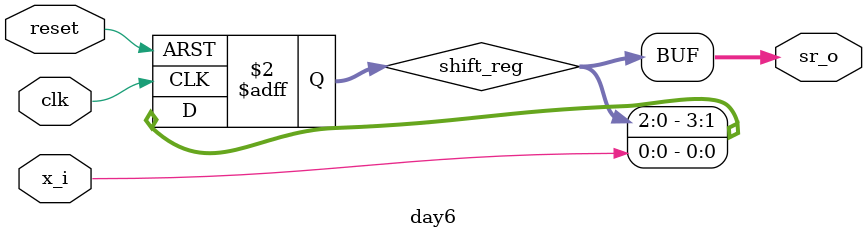
<source format=sv>
module day6(
  input     wire        clk,
  input     wire        reset,
  input     wire        x_i,      // Serial input

  output    wire[3:0]   sr_o
);

  // Write your logic here...
  reg [3:0] shift_reg;

  always_ff @(posedge clk or posedge reset) begin
    if (reset) begin
      shift_reg <= 4'b0000;
    end else begin
      // Left shift: x_i comes in at LSB
      shift_reg <= {shift_reg[2:0], x_i};
    end
  end

  assign sr_o = shift_reg;
  
endmodule

</source>
